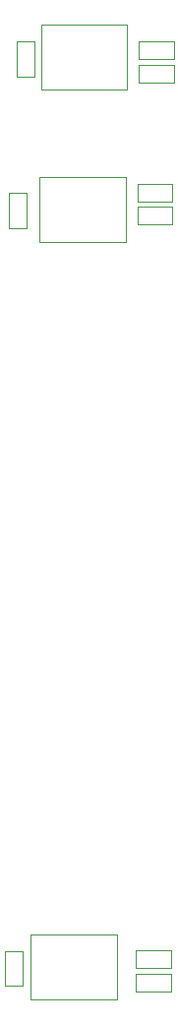
<source format=gbr>
%TF.GenerationSoftware,Altium Limited,Altium Designer,20.0.13 (296)*%
G04 Layer_Color=32768*
%FSLAX45Y45*%
%MOMM*%
%TF.FileFunction,Other,Mechanical_15*%
%TF.Part,Single*%
G01*
G75*
%TA.AperFunction,NonConductor*%
%ADD37C,0.05000*%
D37*
X15001402Y11429401D02*
Y11989399D01*
X14259402Y11429401D02*
Y11989399D01*
Y11429401D02*
X15001402D01*
X14259402Y11989399D02*
X15001402D01*
X15101701Y11848902D02*
X15403699D01*
Y11696898D02*
Y11848902D01*
X15101701Y11696898D02*
X15403699D01*
X15101701D02*
Y11848902D01*
Y11645702D02*
X15403699D01*
Y11493698D02*
Y11645702D01*
X15101701Y11493698D02*
X15403699D01*
X15101701D02*
Y11645702D01*
X14046397Y11545702D02*
Y11847698D01*
X14198402D01*
Y11545702D02*
Y11847698D01*
X14046397Y11545702D02*
X14198402D01*
X13944798Y3717803D02*
Y4019799D01*
X14096802D01*
Y3717803D02*
Y4019799D01*
X13944798Y3717803D02*
X14096802D01*
X14910110Y3601654D02*
Y4161653D01*
X14168111Y3601654D02*
Y4161653D01*
Y3601654D02*
X14910110D01*
X14168111Y4161653D02*
X14910110D01*
X15076302Y4021003D02*
X15378297D01*
Y3868999D02*
Y4021003D01*
X15076302Y3868999D02*
X15378297D01*
X15076302D02*
Y4021003D01*
Y3817803D02*
X15378297D01*
Y3665799D02*
Y3817803D01*
X15076302Y3665799D02*
X15378297D01*
X15076302D02*
Y3817803D01*
X13982898Y10237602D02*
Y10539598D01*
X14134901D01*
Y10237602D02*
Y10539598D01*
X13982898Y10237602D02*
X14134901D01*
X15089001Y10426502D02*
X15390997D01*
Y10274498D02*
Y10426502D01*
X15089001Y10274498D02*
X15390997D01*
X15089001D02*
Y10426502D01*
Y10617002D02*
X15390997D01*
Y10464998D02*
Y10617002D01*
X15089001Y10464998D02*
X15390997D01*
X15089001D02*
Y10617002D01*
X14988702Y10121301D02*
Y10681299D01*
X14246703Y10121301D02*
Y10681299D01*
Y10121301D02*
X14988702D01*
X14246703Y10681299D02*
X14988702D01*
%TF.MD5,ec197f58b143b273d555190e2482d89c*%
M02*

</source>
